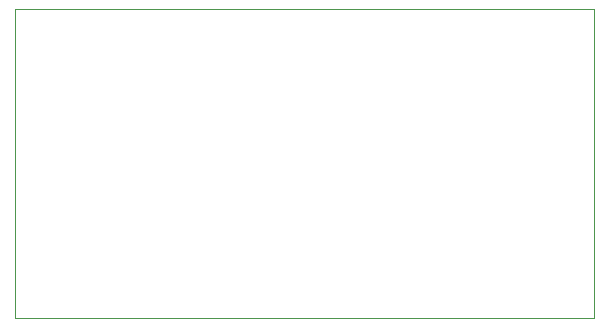
<source format=gbr>
%TF.GenerationSoftware,KiCad,Pcbnew,(5.1.12)-1*%
%TF.CreationDate,2021-12-22T14:47:12+01:00*%
%TF.ProjectId,speaker,73706561-6b65-4722-9e6b-696361645f70,rev?*%
%TF.SameCoordinates,Original*%
%TF.FileFunction,Profile,NP*%
%FSLAX46Y46*%
G04 Gerber Fmt 4.6, Leading zero omitted, Abs format (unit mm)*
G04 Created by KiCad (PCBNEW (5.1.12)-1) date 2021-12-22 14:47:12*
%MOMM*%
%LPD*%
G01*
G04 APERTURE LIST*
%TA.AperFunction,Profile*%
%ADD10C,0.100000*%
%TD*%
G04 APERTURE END LIST*
D10*
X170942000Y-65278000D02*
X170942000Y-91440000D01*
X121920000Y-65278000D02*
X170942000Y-65278000D01*
X121920000Y-91440000D02*
X121920000Y-65278000D01*
X170942000Y-91440000D02*
X121920000Y-91440000D01*
M02*

</source>
